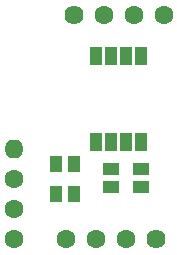
<source format=gts>
G04*
G04 #@! TF.GenerationSoftware,Altium Limited,Altium Designer,24.10.1 (45)*
G04*
G04 Layer_Color=8388736*
%FSLAX25Y25*%
%MOIN*%
G70*
G04*
G04 #@! TF.SameCoordinates,E5876448-55ED-4AE9-9455-0B125572086D*
G04*
G04*
G04 #@! TF.FilePolarity,Negative*
G04*
G01*
G75*
%ADD12R,0.05531X0.04350*%
%ADD13R,0.04350X0.05531*%
%ADD14R,0.03956X0.06318*%
%ADD15O,0.06318X0.06436*%
%ADD16C,0.06318*%
%ADD17O,0.06436X0.06318*%
D12*
X41600Y25800D02*
D03*
Y31705D02*
D03*
X51600Y25800D02*
D03*
Y31705D02*
D03*
D13*
X29100Y33300D02*
D03*
X23194D02*
D03*
X29100Y23300D02*
D03*
X23194D02*
D03*
D14*
X51600Y69540D02*
D03*
X46600D02*
D03*
X41600D02*
D03*
X36600D02*
D03*
X51600Y40800D02*
D03*
X46600D02*
D03*
X41600D02*
D03*
X36600D02*
D03*
D15*
X56600Y8300D02*
D03*
X29000Y83000D02*
D03*
D16*
X46600Y8300D02*
D03*
X36600D02*
D03*
X26600D02*
D03*
X39000Y83000D02*
D03*
X49000D02*
D03*
X59000D02*
D03*
X9100Y28300D02*
D03*
Y18300D02*
D03*
Y8300D02*
D03*
D17*
Y38300D02*
D03*
M02*

</source>
